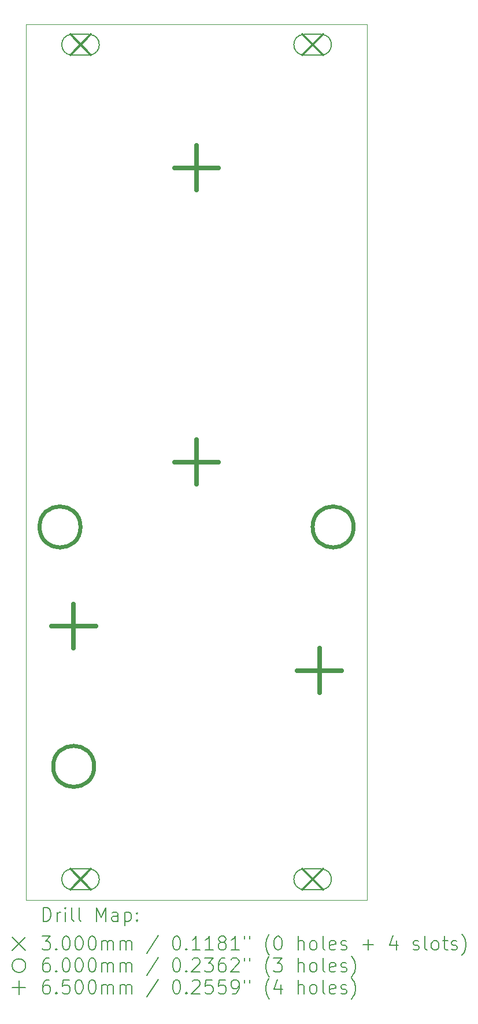
<source format=gbr>
%FSLAX45Y45*%
G04 Gerber Fmt 4.5, Leading zero omitted, Abs format (unit mm)*
G04 Created by KiCad (PCBNEW (6.0.6)) date 2022-10-26 13:57:40*
%MOMM*%
%LPD*%
G01*
G04 APERTURE LIST*
%TA.AperFunction,Profile*%
%ADD10C,0.050000*%
%TD*%
%ADD11C,0.200000*%
%ADD12C,0.300000*%
%ADD13C,0.600000*%
%ADD14C,0.650000*%
G04 APERTURE END LIST*
D10*
X15300000Y-2750000D02*
X15300000Y-15550000D01*
X10300000Y-2750000D02*
X10300000Y-15550000D01*
X15300000Y-15550000D02*
X10300000Y-15550000D01*
X10300000Y-2750000D02*
X15300000Y-2750000D01*
D11*
D12*
X10950000Y-2900000D02*
X11250000Y-3200000D01*
X11250000Y-2900000D02*
X10950000Y-3200000D01*
D11*
X10975000Y-3200000D02*
X11225000Y-3200000D01*
X10975000Y-2900000D02*
X11225000Y-2900000D01*
X11225000Y-3200000D02*
G75*
G03*
X11225000Y-2900000I0J150000D01*
G01*
X10975000Y-2900000D02*
G75*
G03*
X10975000Y-3200000I0J-150000D01*
G01*
D12*
X10950000Y-15100000D02*
X11250000Y-15400000D01*
X11250000Y-15100000D02*
X10950000Y-15400000D01*
D11*
X10975000Y-15400000D02*
X11225000Y-15400000D01*
X10975000Y-15100000D02*
X11225000Y-15100000D01*
X11225000Y-15400000D02*
G75*
G03*
X11225000Y-15100000I0J150000D01*
G01*
X10975000Y-15100000D02*
G75*
G03*
X10975000Y-15400000I0J-150000D01*
G01*
D12*
X14350000Y-2900000D02*
X14650000Y-3200000D01*
X14650000Y-2900000D02*
X14350000Y-3200000D01*
D11*
X14375000Y-3200000D02*
X14625000Y-3200000D01*
X14375000Y-2900000D02*
X14625000Y-2900000D01*
X14625000Y-3200000D02*
G75*
G03*
X14625000Y-2900000I0J150000D01*
G01*
X14375000Y-2900000D02*
G75*
G03*
X14375000Y-3200000I0J-150000D01*
G01*
D12*
X14350000Y-15100000D02*
X14650000Y-15400000D01*
X14650000Y-15100000D02*
X14350000Y-15400000D01*
D11*
X14375000Y-15400000D02*
X14625000Y-15400000D01*
X14375000Y-15100000D02*
X14625000Y-15100000D01*
X14625000Y-15400000D02*
G75*
G03*
X14625000Y-15100000I0J150000D01*
G01*
X14375000Y-15100000D02*
G75*
G03*
X14375000Y-15400000I0J-150000D01*
G01*
D13*
X11100000Y-10100000D02*
G75*
G03*
X11100000Y-10100000I-300000J0D01*
G01*
X11300000Y-13600000D02*
G75*
G03*
X11300000Y-13600000I-300000J0D01*
G01*
X15100000Y-10100000D02*
G75*
G03*
X15100000Y-10100000I-300000J0D01*
G01*
D14*
X11000000Y-11225000D02*
X11000000Y-11875000D01*
X10675000Y-11550000D02*
X11325000Y-11550000D01*
X12800000Y-4525000D02*
X12800000Y-5175000D01*
X12475000Y-4850000D02*
X13125000Y-4850000D01*
X12800000Y-8825000D02*
X12800000Y-9475000D01*
X12475000Y-9150000D02*
X13125000Y-9150000D01*
X14600000Y-11875000D02*
X14600000Y-12525000D01*
X14275000Y-12200000D02*
X14925000Y-12200000D01*
D11*
X10555119Y-15862976D02*
X10555119Y-15662976D01*
X10602738Y-15662976D01*
X10631309Y-15672500D01*
X10650357Y-15691548D01*
X10659881Y-15710595D01*
X10669405Y-15748690D01*
X10669405Y-15777262D01*
X10659881Y-15815357D01*
X10650357Y-15834405D01*
X10631309Y-15853452D01*
X10602738Y-15862976D01*
X10555119Y-15862976D01*
X10755119Y-15862976D02*
X10755119Y-15729643D01*
X10755119Y-15767738D02*
X10764643Y-15748690D01*
X10774167Y-15739167D01*
X10793214Y-15729643D01*
X10812262Y-15729643D01*
X10878928Y-15862976D02*
X10878928Y-15729643D01*
X10878928Y-15662976D02*
X10869405Y-15672500D01*
X10878928Y-15682024D01*
X10888452Y-15672500D01*
X10878928Y-15662976D01*
X10878928Y-15682024D01*
X11002738Y-15862976D02*
X10983690Y-15853452D01*
X10974167Y-15834405D01*
X10974167Y-15662976D01*
X11107500Y-15862976D02*
X11088452Y-15853452D01*
X11078928Y-15834405D01*
X11078928Y-15662976D01*
X11336071Y-15862976D02*
X11336071Y-15662976D01*
X11402738Y-15805833D01*
X11469405Y-15662976D01*
X11469405Y-15862976D01*
X11650357Y-15862976D02*
X11650357Y-15758214D01*
X11640833Y-15739167D01*
X11621786Y-15729643D01*
X11583690Y-15729643D01*
X11564643Y-15739167D01*
X11650357Y-15853452D02*
X11631309Y-15862976D01*
X11583690Y-15862976D01*
X11564643Y-15853452D01*
X11555119Y-15834405D01*
X11555119Y-15815357D01*
X11564643Y-15796309D01*
X11583690Y-15786786D01*
X11631309Y-15786786D01*
X11650357Y-15777262D01*
X11745595Y-15729643D02*
X11745595Y-15929643D01*
X11745595Y-15739167D02*
X11764643Y-15729643D01*
X11802738Y-15729643D01*
X11821786Y-15739167D01*
X11831309Y-15748690D01*
X11840833Y-15767738D01*
X11840833Y-15824881D01*
X11831309Y-15843928D01*
X11821786Y-15853452D01*
X11802738Y-15862976D01*
X11764643Y-15862976D01*
X11745595Y-15853452D01*
X11926547Y-15843928D02*
X11936071Y-15853452D01*
X11926547Y-15862976D01*
X11917024Y-15853452D01*
X11926547Y-15843928D01*
X11926547Y-15862976D01*
X11926547Y-15739167D02*
X11936071Y-15748690D01*
X11926547Y-15758214D01*
X11917024Y-15748690D01*
X11926547Y-15739167D01*
X11926547Y-15758214D01*
X10097500Y-16092500D02*
X10297500Y-16292500D01*
X10297500Y-16092500D02*
X10097500Y-16292500D01*
X10536071Y-16082976D02*
X10659881Y-16082976D01*
X10593214Y-16159167D01*
X10621786Y-16159167D01*
X10640833Y-16168690D01*
X10650357Y-16178214D01*
X10659881Y-16197262D01*
X10659881Y-16244881D01*
X10650357Y-16263928D01*
X10640833Y-16273452D01*
X10621786Y-16282976D01*
X10564643Y-16282976D01*
X10545595Y-16273452D01*
X10536071Y-16263928D01*
X10745595Y-16263928D02*
X10755119Y-16273452D01*
X10745595Y-16282976D01*
X10736071Y-16273452D01*
X10745595Y-16263928D01*
X10745595Y-16282976D01*
X10878928Y-16082976D02*
X10897976Y-16082976D01*
X10917024Y-16092500D01*
X10926548Y-16102024D01*
X10936071Y-16121071D01*
X10945595Y-16159167D01*
X10945595Y-16206786D01*
X10936071Y-16244881D01*
X10926548Y-16263928D01*
X10917024Y-16273452D01*
X10897976Y-16282976D01*
X10878928Y-16282976D01*
X10859881Y-16273452D01*
X10850357Y-16263928D01*
X10840833Y-16244881D01*
X10831309Y-16206786D01*
X10831309Y-16159167D01*
X10840833Y-16121071D01*
X10850357Y-16102024D01*
X10859881Y-16092500D01*
X10878928Y-16082976D01*
X11069405Y-16082976D02*
X11088452Y-16082976D01*
X11107500Y-16092500D01*
X11117024Y-16102024D01*
X11126548Y-16121071D01*
X11136071Y-16159167D01*
X11136071Y-16206786D01*
X11126548Y-16244881D01*
X11117024Y-16263928D01*
X11107500Y-16273452D01*
X11088452Y-16282976D01*
X11069405Y-16282976D01*
X11050357Y-16273452D01*
X11040833Y-16263928D01*
X11031309Y-16244881D01*
X11021786Y-16206786D01*
X11021786Y-16159167D01*
X11031309Y-16121071D01*
X11040833Y-16102024D01*
X11050357Y-16092500D01*
X11069405Y-16082976D01*
X11259881Y-16082976D02*
X11278928Y-16082976D01*
X11297976Y-16092500D01*
X11307500Y-16102024D01*
X11317024Y-16121071D01*
X11326547Y-16159167D01*
X11326547Y-16206786D01*
X11317024Y-16244881D01*
X11307500Y-16263928D01*
X11297976Y-16273452D01*
X11278928Y-16282976D01*
X11259881Y-16282976D01*
X11240833Y-16273452D01*
X11231309Y-16263928D01*
X11221786Y-16244881D01*
X11212262Y-16206786D01*
X11212262Y-16159167D01*
X11221786Y-16121071D01*
X11231309Y-16102024D01*
X11240833Y-16092500D01*
X11259881Y-16082976D01*
X11412262Y-16282976D02*
X11412262Y-16149643D01*
X11412262Y-16168690D02*
X11421786Y-16159167D01*
X11440833Y-16149643D01*
X11469405Y-16149643D01*
X11488452Y-16159167D01*
X11497976Y-16178214D01*
X11497976Y-16282976D01*
X11497976Y-16178214D02*
X11507500Y-16159167D01*
X11526547Y-16149643D01*
X11555119Y-16149643D01*
X11574166Y-16159167D01*
X11583690Y-16178214D01*
X11583690Y-16282976D01*
X11678928Y-16282976D02*
X11678928Y-16149643D01*
X11678928Y-16168690D02*
X11688452Y-16159167D01*
X11707500Y-16149643D01*
X11736071Y-16149643D01*
X11755119Y-16159167D01*
X11764643Y-16178214D01*
X11764643Y-16282976D01*
X11764643Y-16178214D02*
X11774166Y-16159167D01*
X11793214Y-16149643D01*
X11821786Y-16149643D01*
X11840833Y-16159167D01*
X11850357Y-16178214D01*
X11850357Y-16282976D01*
X12240833Y-16073452D02*
X12069405Y-16330595D01*
X12497976Y-16082976D02*
X12517024Y-16082976D01*
X12536071Y-16092500D01*
X12545595Y-16102024D01*
X12555119Y-16121071D01*
X12564643Y-16159167D01*
X12564643Y-16206786D01*
X12555119Y-16244881D01*
X12545595Y-16263928D01*
X12536071Y-16273452D01*
X12517024Y-16282976D01*
X12497976Y-16282976D01*
X12478928Y-16273452D01*
X12469405Y-16263928D01*
X12459881Y-16244881D01*
X12450357Y-16206786D01*
X12450357Y-16159167D01*
X12459881Y-16121071D01*
X12469405Y-16102024D01*
X12478928Y-16092500D01*
X12497976Y-16082976D01*
X12650357Y-16263928D02*
X12659881Y-16273452D01*
X12650357Y-16282976D01*
X12640833Y-16273452D01*
X12650357Y-16263928D01*
X12650357Y-16282976D01*
X12850357Y-16282976D02*
X12736071Y-16282976D01*
X12793214Y-16282976D02*
X12793214Y-16082976D01*
X12774166Y-16111548D01*
X12755119Y-16130595D01*
X12736071Y-16140119D01*
X13040833Y-16282976D02*
X12926547Y-16282976D01*
X12983690Y-16282976D02*
X12983690Y-16082976D01*
X12964643Y-16111548D01*
X12945595Y-16130595D01*
X12926547Y-16140119D01*
X13155119Y-16168690D02*
X13136071Y-16159167D01*
X13126547Y-16149643D01*
X13117024Y-16130595D01*
X13117024Y-16121071D01*
X13126547Y-16102024D01*
X13136071Y-16092500D01*
X13155119Y-16082976D01*
X13193214Y-16082976D01*
X13212262Y-16092500D01*
X13221786Y-16102024D01*
X13231309Y-16121071D01*
X13231309Y-16130595D01*
X13221786Y-16149643D01*
X13212262Y-16159167D01*
X13193214Y-16168690D01*
X13155119Y-16168690D01*
X13136071Y-16178214D01*
X13126547Y-16187738D01*
X13117024Y-16206786D01*
X13117024Y-16244881D01*
X13126547Y-16263928D01*
X13136071Y-16273452D01*
X13155119Y-16282976D01*
X13193214Y-16282976D01*
X13212262Y-16273452D01*
X13221786Y-16263928D01*
X13231309Y-16244881D01*
X13231309Y-16206786D01*
X13221786Y-16187738D01*
X13212262Y-16178214D01*
X13193214Y-16168690D01*
X13421786Y-16282976D02*
X13307500Y-16282976D01*
X13364643Y-16282976D02*
X13364643Y-16082976D01*
X13345595Y-16111548D01*
X13326547Y-16130595D01*
X13307500Y-16140119D01*
X13497976Y-16082976D02*
X13497976Y-16121071D01*
X13574166Y-16082976D02*
X13574166Y-16121071D01*
X13869405Y-16359167D02*
X13859881Y-16349643D01*
X13840833Y-16321071D01*
X13831309Y-16302024D01*
X13821786Y-16273452D01*
X13812262Y-16225833D01*
X13812262Y-16187738D01*
X13821786Y-16140119D01*
X13831309Y-16111548D01*
X13840833Y-16092500D01*
X13859881Y-16063928D01*
X13869405Y-16054405D01*
X13983690Y-16082976D02*
X14002738Y-16082976D01*
X14021786Y-16092500D01*
X14031309Y-16102024D01*
X14040833Y-16121071D01*
X14050357Y-16159167D01*
X14050357Y-16206786D01*
X14040833Y-16244881D01*
X14031309Y-16263928D01*
X14021786Y-16273452D01*
X14002738Y-16282976D01*
X13983690Y-16282976D01*
X13964643Y-16273452D01*
X13955119Y-16263928D01*
X13945595Y-16244881D01*
X13936071Y-16206786D01*
X13936071Y-16159167D01*
X13945595Y-16121071D01*
X13955119Y-16102024D01*
X13964643Y-16092500D01*
X13983690Y-16082976D01*
X14288452Y-16282976D02*
X14288452Y-16082976D01*
X14374166Y-16282976D02*
X14374166Y-16178214D01*
X14364643Y-16159167D01*
X14345595Y-16149643D01*
X14317024Y-16149643D01*
X14297976Y-16159167D01*
X14288452Y-16168690D01*
X14497976Y-16282976D02*
X14478928Y-16273452D01*
X14469405Y-16263928D01*
X14459881Y-16244881D01*
X14459881Y-16187738D01*
X14469405Y-16168690D01*
X14478928Y-16159167D01*
X14497976Y-16149643D01*
X14526547Y-16149643D01*
X14545595Y-16159167D01*
X14555119Y-16168690D01*
X14564643Y-16187738D01*
X14564643Y-16244881D01*
X14555119Y-16263928D01*
X14545595Y-16273452D01*
X14526547Y-16282976D01*
X14497976Y-16282976D01*
X14678928Y-16282976D02*
X14659881Y-16273452D01*
X14650357Y-16254405D01*
X14650357Y-16082976D01*
X14831309Y-16273452D02*
X14812262Y-16282976D01*
X14774166Y-16282976D01*
X14755119Y-16273452D01*
X14745595Y-16254405D01*
X14745595Y-16178214D01*
X14755119Y-16159167D01*
X14774166Y-16149643D01*
X14812262Y-16149643D01*
X14831309Y-16159167D01*
X14840833Y-16178214D01*
X14840833Y-16197262D01*
X14745595Y-16216309D01*
X14917024Y-16273452D02*
X14936071Y-16282976D01*
X14974166Y-16282976D01*
X14993214Y-16273452D01*
X15002738Y-16254405D01*
X15002738Y-16244881D01*
X14993214Y-16225833D01*
X14974166Y-16216309D01*
X14945595Y-16216309D01*
X14926547Y-16206786D01*
X14917024Y-16187738D01*
X14917024Y-16178214D01*
X14926547Y-16159167D01*
X14945595Y-16149643D01*
X14974166Y-16149643D01*
X14993214Y-16159167D01*
X15240833Y-16206786D02*
X15393214Y-16206786D01*
X15317024Y-16282976D02*
X15317024Y-16130595D01*
X15726547Y-16149643D02*
X15726547Y-16282976D01*
X15678928Y-16073452D02*
X15631309Y-16216309D01*
X15755119Y-16216309D01*
X15974166Y-16273452D02*
X15993214Y-16282976D01*
X16031309Y-16282976D01*
X16050357Y-16273452D01*
X16059881Y-16254405D01*
X16059881Y-16244881D01*
X16050357Y-16225833D01*
X16031309Y-16216309D01*
X16002738Y-16216309D01*
X15983690Y-16206786D01*
X15974166Y-16187738D01*
X15974166Y-16178214D01*
X15983690Y-16159167D01*
X16002738Y-16149643D01*
X16031309Y-16149643D01*
X16050357Y-16159167D01*
X16174166Y-16282976D02*
X16155119Y-16273452D01*
X16145595Y-16254405D01*
X16145595Y-16082976D01*
X16278928Y-16282976D02*
X16259881Y-16273452D01*
X16250357Y-16263928D01*
X16240833Y-16244881D01*
X16240833Y-16187738D01*
X16250357Y-16168690D01*
X16259881Y-16159167D01*
X16278928Y-16149643D01*
X16307500Y-16149643D01*
X16326547Y-16159167D01*
X16336071Y-16168690D01*
X16345595Y-16187738D01*
X16345595Y-16244881D01*
X16336071Y-16263928D01*
X16326547Y-16273452D01*
X16307500Y-16282976D01*
X16278928Y-16282976D01*
X16402738Y-16149643D02*
X16478928Y-16149643D01*
X16431309Y-16082976D02*
X16431309Y-16254405D01*
X16440833Y-16273452D01*
X16459881Y-16282976D01*
X16478928Y-16282976D01*
X16536071Y-16273452D02*
X16555119Y-16282976D01*
X16593214Y-16282976D01*
X16612262Y-16273452D01*
X16621786Y-16254405D01*
X16621786Y-16244881D01*
X16612262Y-16225833D01*
X16593214Y-16216309D01*
X16564643Y-16216309D01*
X16545595Y-16206786D01*
X16536071Y-16187738D01*
X16536071Y-16178214D01*
X16545595Y-16159167D01*
X16564643Y-16149643D01*
X16593214Y-16149643D01*
X16612262Y-16159167D01*
X16688452Y-16359167D02*
X16697976Y-16349643D01*
X16717024Y-16321071D01*
X16726547Y-16302024D01*
X16736071Y-16273452D01*
X16745595Y-16225833D01*
X16745595Y-16187738D01*
X16736071Y-16140119D01*
X16726547Y-16111548D01*
X16717024Y-16092500D01*
X16697976Y-16063928D01*
X16688452Y-16054405D01*
X10297500Y-16512500D02*
G75*
G03*
X10297500Y-16512500I-100000J0D01*
G01*
X10640833Y-16402976D02*
X10602738Y-16402976D01*
X10583690Y-16412500D01*
X10574167Y-16422024D01*
X10555119Y-16450595D01*
X10545595Y-16488690D01*
X10545595Y-16564881D01*
X10555119Y-16583928D01*
X10564643Y-16593452D01*
X10583690Y-16602976D01*
X10621786Y-16602976D01*
X10640833Y-16593452D01*
X10650357Y-16583928D01*
X10659881Y-16564881D01*
X10659881Y-16517262D01*
X10650357Y-16498214D01*
X10640833Y-16488690D01*
X10621786Y-16479167D01*
X10583690Y-16479167D01*
X10564643Y-16488690D01*
X10555119Y-16498214D01*
X10545595Y-16517262D01*
X10745595Y-16583928D02*
X10755119Y-16593452D01*
X10745595Y-16602976D01*
X10736071Y-16593452D01*
X10745595Y-16583928D01*
X10745595Y-16602976D01*
X10878928Y-16402976D02*
X10897976Y-16402976D01*
X10917024Y-16412500D01*
X10926548Y-16422024D01*
X10936071Y-16441071D01*
X10945595Y-16479167D01*
X10945595Y-16526786D01*
X10936071Y-16564881D01*
X10926548Y-16583928D01*
X10917024Y-16593452D01*
X10897976Y-16602976D01*
X10878928Y-16602976D01*
X10859881Y-16593452D01*
X10850357Y-16583928D01*
X10840833Y-16564881D01*
X10831309Y-16526786D01*
X10831309Y-16479167D01*
X10840833Y-16441071D01*
X10850357Y-16422024D01*
X10859881Y-16412500D01*
X10878928Y-16402976D01*
X11069405Y-16402976D02*
X11088452Y-16402976D01*
X11107500Y-16412500D01*
X11117024Y-16422024D01*
X11126548Y-16441071D01*
X11136071Y-16479167D01*
X11136071Y-16526786D01*
X11126548Y-16564881D01*
X11117024Y-16583928D01*
X11107500Y-16593452D01*
X11088452Y-16602976D01*
X11069405Y-16602976D01*
X11050357Y-16593452D01*
X11040833Y-16583928D01*
X11031309Y-16564881D01*
X11021786Y-16526786D01*
X11021786Y-16479167D01*
X11031309Y-16441071D01*
X11040833Y-16422024D01*
X11050357Y-16412500D01*
X11069405Y-16402976D01*
X11259881Y-16402976D02*
X11278928Y-16402976D01*
X11297976Y-16412500D01*
X11307500Y-16422024D01*
X11317024Y-16441071D01*
X11326547Y-16479167D01*
X11326547Y-16526786D01*
X11317024Y-16564881D01*
X11307500Y-16583928D01*
X11297976Y-16593452D01*
X11278928Y-16602976D01*
X11259881Y-16602976D01*
X11240833Y-16593452D01*
X11231309Y-16583928D01*
X11221786Y-16564881D01*
X11212262Y-16526786D01*
X11212262Y-16479167D01*
X11221786Y-16441071D01*
X11231309Y-16422024D01*
X11240833Y-16412500D01*
X11259881Y-16402976D01*
X11412262Y-16602976D02*
X11412262Y-16469643D01*
X11412262Y-16488690D02*
X11421786Y-16479167D01*
X11440833Y-16469643D01*
X11469405Y-16469643D01*
X11488452Y-16479167D01*
X11497976Y-16498214D01*
X11497976Y-16602976D01*
X11497976Y-16498214D02*
X11507500Y-16479167D01*
X11526547Y-16469643D01*
X11555119Y-16469643D01*
X11574166Y-16479167D01*
X11583690Y-16498214D01*
X11583690Y-16602976D01*
X11678928Y-16602976D02*
X11678928Y-16469643D01*
X11678928Y-16488690D02*
X11688452Y-16479167D01*
X11707500Y-16469643D01*
X11736071Y-16469643D01*
X11755119Y-16479167D01*
X11764643Y-16498214D01*
X11764643Y-16602976D01*
X11764643Y-16498214D02*
X11774166Y-16479167D01*
X11793214Y-16469643D01*
X11821786Y-16469643D01*
X11840833Y-16479167D01*
X11850357Y-16498214D01*
X11850357Y-16602976D01*
X12240833Y-16393452D02*
X12069405Y-16650595D01*
X12497976Y-16402976D02*
X12517024Y-16402976D01*
X12536071Y-16412500D01*
X12545595Y-16422024D01*
X12555119Y-16441071D01*
X12564643Y-16479167D01*
X12564643Y-16526786D01*
X12555119Y-16564881D01*
X12545595Y-16583928D01*
X12536071Y-16593452D01*
X12517024Y-16602976D01*
X12497976Y-16602976D01*
X12478928Y-16593452D01*
X12469405Y-16583928D01*
X12459881Y-16564881D01*
X12450357Y-16526786D01*
X12450357Y-16479167D01*
X12459881Y-16441071D01*
X12469405Y-16422024D01*
X12478928Y-16412500D01*
X12497976Y-16402976D01*
X12650357Y-16583928D02*
X12659881Y-16593452D01*
X12650357Y-16602976D01*
X12640833Y-16593452D01*
X12650357Y-16583928D01*
X12650357Y-16602976D01*
X12736071Y-16422024D02*
X12745595Y-16412500D01*
X12764643Y-16402976D01*
X12812262Y-16402976D01*
X12831309Y-16412500D01*
X12840833Y-16422024D01*
X12850357Y-16441071D01*
X12850357Y-16460119D01*
X12840833Y-16488690D01*
X12726547Y-16602976D01*
X12850357Y-16602976D01*
X12917024Y-16402976D02*
X13040833Y-16402976D01*
X12974166Y-16479167D01*
X13002738Y-16479167D01*
X13021786Y-16488690D01*
X13031309Y-16498214D01*
X13040833Y-16517262D01*
X13040833Y-16564881D01*
X13031309Y-16583928D01*
X13021786Y-16593452D01*
X13002738Y-16602976D01*
X12945595Y-16602976D01*
X12926547Y-16593452D01*
X12917024Y-16583928D01*
X13212262Y-16402976D02*
X13174166Y-16402976D01*
X13155119Y-16412500D01*
X13145595Y-16422024D01*
X13126547Y-16450595D01*
X13117024Y-16488690D01*
X13117024Y-16564881D01*
X13126547Y-16583928D01*
X13136071Y-16593452D01*
X13155119Y-16602976D01*
X13193214Y-16602976D01*
X13212262Y-16593452D01*
X13221786Y-16583928D01*
X13231309Y-16564881D01*
X13231309Y-16517262D01*
X13221786Y-16498214D01*
X13212262Y-16488690D01*
X13193214Y-16479167D01*
X13155119Y-16479167D01*
X13136071Y-16488690D01*
X13126547Y-16498214D01*
X13117024Y-16517262D01*
X13307500Y-16422024D02*
X13317024Y-16412500D01*
X13336071Y-16402976D01*
X13383690Y-16402976D01*
X13402738Y-16412500D01*
X13412262Y-16422024D01*
X13421786Y-16441071D01*
X13421786Y-16460119D01*
X13412262Y-16488690D01*
X13297976Y-16602976D01*
X13421786Y-16602976D01*
X13497976Y-16402976D02*
X13497976Y-16441071D01*
X13574166Y-16402976D02*
X13574166Y-16441071D01*
X13869405Y-16679167D02*
X13859881Y-16669643D01*
X13840833Y-16641071D01*
X13831309Y-16622024D01*
X13821786Y-16593452D01*
X13812262Y-16545833D01*
X13812262Y-16507738D01*
X13821786Y-16460119D01*
X13831309Y-16431548D01*
X13840833Y-16412500D01*
X13859881Y-16383928D01*
X13869405Y-16374405D01*
X13926547Y-16402976D02*
X14050357Y-16402976D01*
X13983690Y-16479167D01*
X14012262Y-16479167D01*
X14031309Y-16488690D01*
X14040833Y-16498214D01*
X14050357Y-16517262D01*
X14050357Y-16564881D01*
X14040833Y-16583928D01*
X14031309Y-16593452D01*
X14012262Y-16602976D01*
X13955119Y-16602976D01*
X13936071Y-16593452D01*
X13926547Y-16583928D01*
X14288452Y-16602976D02*
X14288452Y-16402976D01*
X14374166Y-16602976D02*
X14374166Y-16498214D01*
X14364643Y-16479167D01*
X14345595Y-16469643D01*
X14317024Y-16469643D01*
X14297976Y-16479167D01*
X14288452Y-16488690D01*
X14497976Y-16602976D02*
X14478928Y-16593452D01*
X14469405Y-16583928D01*
X14459881Y-16564881D01*
X14459881Y-16507738D01*
X14469405Y-16488690D01*
X14478928Y-16479167D01*
X14497976Y-16469643D01*
X14526547Y-16469643D01*
X14545595Y-16479167D01*
X14555119Y-16488690D01*
X14564643Y-16507738D01*
X14564643Y-16564881D01*
X14555119Y-16583928D01*
X14545595Y-16593452D01*
X14526547Y-16602976D01*
X14497976Y-16602976D01*
X14678928Y-16602976D02*
X14659881Y-16593452D01*
X14650357Y-16574405D01*
X14650357Y-16402976D01*
X14831309Y-16593452D02*
X14812262Y-16602976D01*
X14774166Y-16602976D01*
X14755119Y-16593452D01*
X14745595Y-16574405D01*
X14745595Y-16498214D01*
X14755119Y-16479167D01*
X14774166Y-16469643D01*
X14812262Y-16469643D01*
X14831309Y-16479167D01*
X14840833Y-16498214D01*
X14840833Y-16517262D01*
X14745595Y-16536309D01*
X14917024Y-16593452D02*
X14936071Y-16602976D01*
X14974166Y-16602976D01*
X14993214Y-16593452D01*
X15002738Y-16574405D01*
X15002738Y-16564881D01*
X14993214Y-16545833D01*
X14974166Y-16536309D01*
X14945595Y-16536309D01*
X14926547Y-16526786D01*
X14917024Y-16507738D01*
X14917024Y-16498214D01*
X14926547Y-16479167D01*
X14945595Y-16469643D01*
X14974166Y-16469643D01*
X14993214Y-16479167D01*
X15069405Y-16679167D02*
X15078928Y-16669643D01*
X15097976Y-16641071D01*
X15107500Y-16622024D01*
X15117024Y-16593452D01*
X15126547Y-16545833D01*
X15126547Y-16507738D01*
X15117024Y-16460119D01*
X15107500Y-16431548D01*
X15097976Y-16412500D01*
X15078928Y-16383928D01*
X15069405Y-16374405D01*
X10197500Y-16732500D02*
X10197500Y-16932500D01*
X10097500Y-16832500D02*
X10297500Y-16832500D01*
X10640833Y-16722976D02*
X10602738Y-16722976D01*
X10583690Y-16732500D01*
X10574167Y-16742024D01*
X10555119Y-16770595D01*
X10545595Y-16808690D01*
X10545595Y-16884881D01*
X10555119Y-16903929D01*
X10564643Y-16913452D01*
X10583690Y-16922976D01*
X10621786Y-16922976D01*
X10640833Y-16913452D01*
X10650357Y-16903929D01*
X10659881Y-16884881D01*
X10659881Y-16837262D01*
X10650357Y-16818214D01*
X10640833Y-16808690D01*
X10621786Y-16799167D01*
X10583690Y-16799167D01*
X10564643Y-16808690D01*
X10555119Y-16818214D01*
X10545595Y-16837262D01*
X10745595Y-16903929D02*
X10755119Y-16913452D01*
X10745595Y-16922976D01*
X10736071Y-16913452D01*
X10745595Y-16903929D01*
X10745595Y-16922976D01*
X10936071Y-16722976D02*
X10840833Y-16722976D01*
X10831309Y-16818214D01*
X10840833Y-16808690D01*
X10859881Y-16799167D01*
X10907500Y-16799167D01*
X10926548Y-16808690D01*
X10936071Y-16818214D01*
X10945595Y-16837262D01*
X10945595Y-16884881D01*
X10936071Y-16903929D01*
X10926548Y-16913452D01*
X10907500Y-16922976D01*
X10859881Y-16922976D01*
X10840833Y-16913452D01*
X10831309Y-16903929D01*
X11069405Y-16722976D02*
X11088452Y-16722976D01*
X11107500Y-16732500D01*
X11117024Y-16742024D01*
X11126548Y-16761071D01*
X11136071Y-16799167D01*
X11136071Y-16846786D01*
X11126548Y-16884881D01*
X11117024Y-16903929D01*
X11107500Y-16913452D01*
X11088452Y-16922976D01*
X11069405Y-16922976D01*
X11050357Y-16913452D01*
X11040833Y-16903929D01*
X11031309Y-16884881D01*
X11021786Y-16846786D01*
X11021786Y-16799167D01*
X11031309Y-16761071D01*
X11040833Y-16742024D01*
X11050357Y-16732500D01*
X11069405Y-16722976D01*
X11259881Y-16722976D02*
X11278928Y-16722976D01*
X11297976Y-16732500D01*
X11307500Y-16742024D01*
X11317024Y-16761071D01*
X11326547Y-16799167D01*
X11326547Y-16846786D01*
X11317024Y-16884881D01*
X11307500Y-16903929D01*
X11297976Y-16913452D01*
X11278928Y-16922976D01*
X11259881Y-16922976D01*
X11240833Y-16913452D01*
X11231309Y-16903929D01*
X11221786Y-16884881D01*
X11212262Y-16846786D01*
X11212262Y-16799167D01*
X11221786Y-16761071D01*
X11231309Y-16742024D01*
X11240833Y-16732500D01*
X11259881Y-16722976D01*
X11412262Y-16922976D02*
X11412262Y-16789643D01*
X11412262Y-16808690D02*
X11421786Y-16799167D01*
X11440833Y-16789643D01*
X11469405Y-16789643D01*
X11488452Y-16799167D01*
X11497976Y-16818214D01*
X11497976Y-16922976D01*
X11497976Y-16818214D02*
X11507500Y-16799167D01*
X11526547Y-16789643D01*
X11555119Y-16789643D01*
X11574166Y-16799167D01*
X11583690Y-16818214D01*
X11583690Y-16922976D01*
X11678928Y-16922976D02*
X11678928Y-16789643D01*
X11678928Y-16808690D02*
X11688452Y-16799167D01*
X11707500Y-16789643D01*
X11736071Y-16789643D01*
X11755119Y-16799167D01*
X11764643Y-16818214D01*
X11764643Y-16922976D01*
X11764643Y-16818214D02*
X11774166Y-16799167D01*
X11793214Y-16789643D01*
X11821786Y-16789643D01*
X11840833Y-16799167D01*
X11850357Y-16818214D01*
X11850357Y-16922976D01*
X12240833Y-16713452D02*
X12069405Y-16970595D01*
X12497976Y-16722976D02*
X12517024Y-16722976D01*
X12536071Y-16732500D01*
X12545595Y-16742024D01*
X12555119Y-16761071D01*
X12564643Y-16799167D01*
X12564643Y-16846786D01*
X12555119Y-16884881D01*
X12545595Y-16903929D01*
X12536071Y-16913452D01*
X12517024Y-16922976D01*
X12497976Y-16922976D01*
X12478928Y-16913452D01*
X12469405Y-16903929D01*
X12459881Y-16884881D01*
X12450357Y-16846786D01*
X12450357Y-16799167D01*
X12459881Y-16761071D01*
X12469405Y-16742024D01*
X12478928Y-16732500D01*
X12497976Y-16722976D01*
X12650357Y-16903929D02*
X12659881Y-16913452D01*
X12650357Y-16922976D01*
X12640833Y-16913452D01*
X12650357Y-16903929D01*
X12650357Y-16922976D01*
X12736071Y-16742024D02*
X12745595Y-16732500D01*
X12764643Y-16722976D01*
X12812262Y-16722976D01*
X12831309Y-16732500D01*
X12840833Y-16742024D01*
X12850357Y-16761071D01*
X12850357Y-16780119D01*
X12840833Y-16808690D01*
X12726547Y-16922976D01*
X12850357Y-16922976D01*
X13031309Y-16722976D02*
X12936071Y-16722976D01*
X12926547Y-16818214D01*
X12936071Y-16808690D01*
X12955119Y-16799167D01*
X13002738Y-16799167D01*
X13021786Y-16808690D01*
X13031309Y-16818214D01*
X13040833Y-16837262D01*
X13040833Y-16884881D01*
X13031309Y-16903929D01*
X13021786Y-16913452D01*
X13002738Y-16922976D01*
X12955119Y-16922976D01*
X12936071Y-16913452D01*
X12926547Y-16903929D01*
X13221786Y-16722976D02*
X13126547Y-16722976D01*
X13117024Y-16818214D01*
X13126547Y-16808690D01*
X13145595Y-16799167D01*
X13193214Y-16799167D01*
X13212262Y-16808690D01*
X13221786Y-16818214D01*
X13231309Y-16837262D01*
X13231309Y-16884881D01*
X13221786Y-16903929D01*
X13212262Y-16913452D01*
X13193214Y-16922976D01*
X13145595Y-16922976D01*
X13126547Y-16913452D01*
X13117024Y-16903929D01*
X13326547Y-16922976D02*
X13364643Y-16922976D01*
X13383690Y-16913452D01*
X13393214Y-16903929D01*
X13412262Y-16875357D01*
X13421786Y-16837262D01*
X13421786Y-16761071D01*
X13412262Y-16742024D01*
X13402738Y-16732500D01*
X13383690Y-16722976D01*
X13345595Y-16722976D01*
X13326547Y-16732500D01*
X13317024Y-16742024D01*
X13307500Y-16761071D01*
X13307500Y-16808690D01*
X13317024Y-16827738D01*
X13326547Y-16837262D01*
X13345595Y-16846786D01*
X13383690Y-16846786D01*
X13402738Y-16837262D01*
X13412262Y-16827738D01*
X13421786Y-16808690D01*
X13497976Y-16722976D02*
X13497976Y-16761071D01*
X13574166Y-16722976D02*
X13574166Y-16761071D01*
X13869405Y-16999167D02*
X13859881Y-16989643D01*
X13840833Y-16961071D01*
X13831309Y-16942024D01*
X13821786Y-16913452D01*
X13812262Y-16865833D01*
X13812262Y-16827738D01*
X13821786Y-16780119D01*
X13831309Y-16751548D01*
X13840833Y-16732500D01*
X13859881Y-16703928D01*
X13869405Y-16694405D01*
X14031309Y-16789643D02*
X14031309Y-16922976D01*
X13983690Y-16713452D02*
X13936071Y-16856310D01*
X14059881Y-16856310D01*
X14288452Y-16922976D02*
X14288452Y-16722976D01*
X14374166Y-16922976D02*
X14374166Y-16818214D01*
X14364643Y-16799167D01*
X14345595Y-16789643D01*
X14317024Y-16789643D01*
X14297976Y-16799167D01*
X14288452Y-16808690D01*
X14497976Y-16922976D02*
X14478928Y-16913452D01*
X14469405Y-16903929D01*
X14459881Y-16884881D01*
X14459881Y-16827738D01*
X14469405Y-16808690D01*
X14478928Y-16799167D01*
X14497976Y-16789643D01*
X14526547Y-16789643D01*
X14545595Y-16799167D01*
X14555119Y-16808690D01*
X14564643Y-16827738D01*
X14564643Y-16884881D01*
X14555119Y-16903929D01*
X14545595Y-16913452D01*
X14526547Y-16922976D01*
X14497976Y-16922976D01*
X14678928Y-16922976D02*
X14659881Y-16913452D01*
X14650357Y-16894405D01*
X14650357Y-16722976D01*
X14831309Y-16913452D02*
X14812262Y-16922976D01*
X14774166Y-16922976D01*
X14755119Y-16913452D01*
X14745595Y-16894405D01*
X14745595Y-16818214D01*
X14755119Y-16799167D01*
X14774166Y-16789643D01*
X14812262Y-16789643D01*
X14831309Y-16799167D01*
X14840833Y-16818214D01*
X14840833Y-16837262D01*
X14745595Y-16856310D01*
X14917024Y-16913452D02*
X14936071Y-16922976D01*
X14974166Y-16922976D01*
X14993214Y-16913452D01*
X15002738Y-16894405D01*
X15002738Y-16884881D01*
X14993214Y-16865833D01*
X14974166Y-16856310D01*
X14945595Y-16856310D01*
X14926547Y-16846786D01*
X14917024Y-16827738D01*
X14917024Y-16818214D01*
X14926547Y-16799167D01*
X14945595Y-16789643D01*
X14974166Y-16789643D01*
X14993214Y-16799167D01*
X15069405Y-16999167D02*
X15078928Y-16989643D01*
X15097976Y-16961071D01*
X15107500Y-16942024D01*
X15117024Y-16913452D01*
X15126547Y-16865833D01*
X15126547Y-16827738D01*
X15117024Y-16780119D01*
X15107500Y-16751548D01*
X15097976Y-16732500D01*
X15078928Y-16703928D01*
X15069405Y-16694405D01*
M02*

</source>
